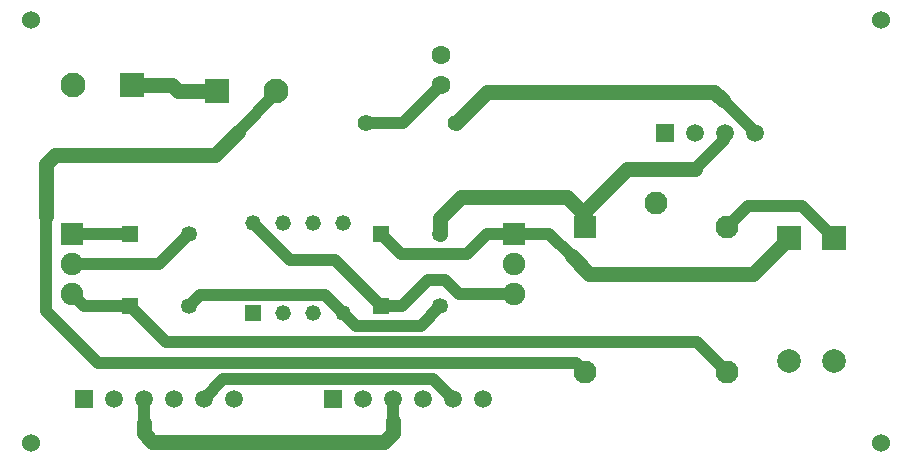
<source format=gbr>
%TF.GenerationSoftware,Altium Limited,Altium Designer,21.0.9 (235)*%
G04 Layer_Physical_Order=2*
G04 Layer_Color=16711680*
%FSLAX45Y45*%
%MOMM*%
%TF.SameCoordinates,ED2B7B90-DC9C-465B-8049-FED9E851BE10*%
%TF.FilePolarity,Positive*%
%TF.FileFunction,Copper,L2,Bot,Signal*%
%TF.Part,Single*%
G01*
G75*
%TA.AperFunction,Conductor*%
%ADD10C,1.27000*%
%ADD11C,1.01600*%
%TA.AperFunction,ComponentPad*%
%ADD13R,1.50000X1.50000*%
%ADD14C,1.50000*%
%ADD15C,2.10000*%
%ADD16R,2.10000X2.10000*%
%TA.AperFunction,WasherPad*%
%ADD17C,1.52400*%
%TA.AperFunction,ComponentPad*%
%ADD18C,1.91000*%
%ADD19R,1.91000X1.91000*%
%ADD20C,1.32080*%
%ADD21R,1.32080X1.32080*%
%ADD22C,1.40000*%
%ADD23R,1.95000X1.95000*%
%ADD24C,1.95000*%
%ADD25R,2.00000X2.00000*%
%ADD26C,2.00000*%
%ADD27C,1.60000*%
%ADD28R,1.35000X1.35000*%
%ADD29C,1.35000*%
D10*
X4104300Y3202940D02*
X6027875D01*
X6100407Y3130408D01*
X3836888Y2935529D02*
X4104300Y3202940D01*
X5284001Y2547620D02*
X5864860D01*
X4929901Y2193520D02*
X5284001Y2547620D01*
X3883643Y2308860D02*
X4781162D01*
X3706703Y1998381D02*
Y2131920D01*
X4929901Y2059981D02*
Y2160121D01*
X3706703Y2131920D02*
X3883643Y2308860D01*
X4781162D02*
X4929901Y2160121D01*
X4968434Y1661160D02*
X6350284D01*
X6657101Y1967977D01*
X4819675Y1809919D02*
X4968434Y1661160D01*
X365760Y2152256D02*
Y2592605D01*
X1268195Y236220D02*
X3232685D01*
X3307080Y310615D02*
Y416560D01*
X3232685Y236220D02*
X3307080Y310615D01*
X1193800D02*
Y401320D01*
Y310615D02*
X1268195Y236220D01*
X440155Y2667000D02*
X1795780D01*
X365760Y2592605D02*
X440155Y2667000D01*
X1795780D02*
X1993900Y2865120D01*
X1482557Y3205683D02*
X1819107D01*
X1432560Y3255681D02*
X1482557Y3205683D01*
X1099205Y3255681D02*
X1432560D01*
D11*
X3206704Y1388781D02*
X3380141D01*
X3601720Y1610360D02*
X3743366D01*
X3380141Y1388781D02*
X3601720Y1610360D01*
X3743366D02*
X3863340Y1490386D01*
X6373099Y2849281D02*
Y2857716D01*
X6100407Y3130408D02*
X6373099Y2857716D01*
X6109838Y2792598D02*
Y2840020D01*
X5864860Y2547620D02*
X6109838Y2792598D01*
Y2840020D02*
X6119099Y2849281D01*
X4819675Y1809919D02*
Y1811127D01*
X4630420Y2000382D02*
X4819675Y1811127D01*
X5877844Y1082040D02*
X6129904Y829981D01*
X1384544Y1082040D02*
X5877844D01*
X2729662Y1480820D02*
X2885201Y1325281D01*
X2988742Y1221740D02*
X3539663D01*
X1077803Y1388781D02*
X1384544Y1082040D01*
X3539663Y1221740D02*
X3706703Y1388781D01*
X2885201Y1325281D02*
X2988742Y1221740D01*
X805180Y906780D02*
X4853102D01*
X4929901Y829981D01*
X365760Y1346200D02*
X805180Y906780D01*
X365760Y1346200D02*
Y2152256D01*
X3307080Y416560D02*
Y596900D01*
X1193800Y401320D02*
Y599679D01*
X3302000Y601980D02*
X3307080Y596900D01*
X1193800Y599679D02*
X1196101Y601980D01*
X2319106Y3190326D02*
Y3205683D01*
X1993900Y2865120D02*
X2319106Y3190326D01*
X692805Y1388781D02*
X1077803D01*
X591205Y1490381D02*
X692805Y1388781D01*
X591205Y1745381D02*
X1324803D01*
X1577802Y1998381D01*
X4100962Y2000382D02*
X4330700D01*
X3931920Y1831340D02*
X4100962Y2000382D01*
X3373745Y1831340D02*
X3931920D01*
X3206704Y1998381D02*
X3373745Y1831340D01*
X3644900Y767080D02*
X3810000Y601980D01*
X1869201Y767080D02*
X3644900D01*
X1704101Y601980D02*
X1869201Y767080D01*
X2814945Y1780540D02*
X3206704Y1388781D01*
X2429942Y1780540D02*
X2814945D01*
X2123201Y2087281D02*
X2429942Y1780540D01*
X3387547Y2935529D02*
X3710701Y3258683D01*
X3074888Y2935529D02*
X3387547D01*
X1577802Y1388781D02*
X1669842Y1480820D01*
X2729662D01*
X6766037Y2237740D02*
X7035800Y1967977D01*
X6307663Y2237740D02*
X6766037D01*
X6129904Y2059981D02*
X6307663Y2237740D01*
X3863340Y1490386D02*
X4330700D01*
Y2000382D02*
X4630420D01*
X835122Y1998381D02*
X1077803D01*
X833120Y2000382D02*
X835122Y1998381D01*
X591205Y2000382D02*
X833120D01*
D13*
X688101Y601980D02*
D03*
X2794000D02*
D03*
X5611099Y2849281D02*
D03*
D14*
X942101Y601980D02*
D03*
X1196101D02*
D03*
X1450101D02*
D03*
X1704101D02*
D03*
X1958101D02*
D03*
X3048000D02*
D03*
X3302000D02*
D03*
X3556000D02*
D03*
X3810000D02*
D03*
X4064000D02*
D03*
X5865099Y2849281D02*
D03*
X6119099D02*
D03*
X6373099D02*
D03*
D15*
X2319106Y3205683D02*
D03*
X599201Y3255681D02*
D03*
D16*
X1819107Y3205683D02*
D03*
X1099205Y3255681D02*
D03*
D17*
X7439660Y3810000D02*
D03*
Y228600D02*
D03*
X238760D02*
D03*
Y3810000D02*
D03*
D18*
X4330700Y1490386D02*
D03*
Y1745381D02*
D03*
X591205Y1490381D02*
D03*
Y1745381D02*
D03*
D19*
X4330700Y2000382D02*
D03*
X591205D02*
D03*
D20*
X2885201Y2087281D02*
D03*
X2631201D02*
D03*
X2885201Y1325281D02*
D03*
X2631201D02*
D03*
X2123201Y2087281D02*
D03*
X2377201D02*
D03*
Y1325281D02*
D03*
D21*
X2123201D02*
D03*
D22*
X3074888Y2935529D02*
D03*
X3836888D02*
D03*
D23*
X4929901Y2059981D02*
D03*
D24*
Y829981D02*
D03*
X6129904D02*
D03*
Y2059981D02*
D03*
X5529900Y2259980D02*
D03*
D25*
X6657101Y1967977D02*
D03*
X7035800D02*
D03*
D26*
X6657101Y921979D02*
D03*
X7035800D02*
D03*
D27*
X3710701Y3512683D02*
D03*
Y3258683D02*
D03*
D28*
X3206704Y1388781D02*
D03*
Y1998381D02*
D03*
X1077803Y1388781D02*
D03*
Y1998381D02*
D03*
D29*
X3706703Y1388781D02*
D03*
Y1998381D02*
D03*
X1577802Y1388781D02*
D03*
Y1998381D02*
D03*
%TF.MD5,3bddc4b5ee7eefdfaaa8977d0e2711e4*%
M02*

</source>
